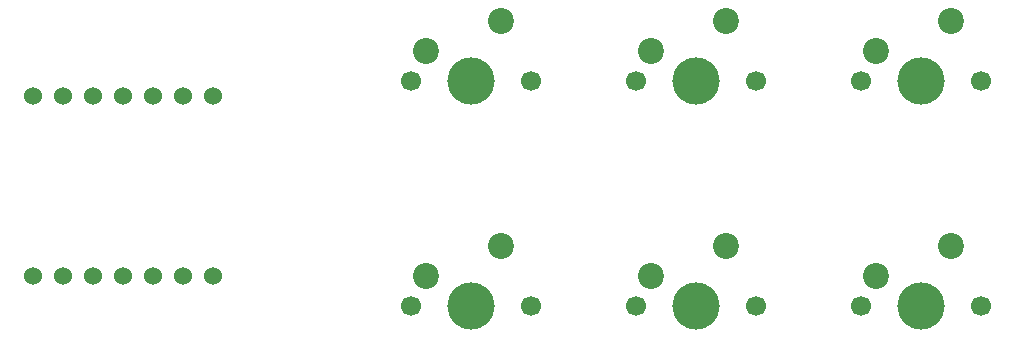
<source format=gbr>
%TF.GenerationSoftware,KiCad,Pcbnew,9.0.6*%
%TF.CreationDate,2026-01-03T14:52:23+08:00*%
%TF.ProjectId,HackPad,4861636b-5061-4642-9e6b-696361645f70,rev?*%
%TF.SameCoordinates,Original*%
%TF.FileFunction,Soldermask,Bot*%
%TF.FilePolarity,Negative*%
%FSLAX46Y46*%
G04 Gerber Fmt 4.6, Leading zero omitted, Abs format (unit mm)*
G04 Created by KiCad (PCBNEW 9.0.6) date 2026-01-03 14:52:23*
%MOMM*%
%LPD*%
G01*
G04 APERTURE LIST*
%ADD10C,1.700000*%
%ADD11C,4.000000*%
%ADD12C,2.200000*%
%ADD13C,1.524000*%
G04 APERTURE END LIST*
D10*
%TO.C,SW3*%
X107161000Y-68200000D03*
D11*
X112241000Y-68200000D03*
D10*
X117321000Y-68200000D03*
D12*
X114781000Y-63120000D03*
X108431000Y-65660000D03*
%TD*%
D10*
%TO.C,SW1*%
X88120000Y-68200000D03*
D11*
X93200000Y-68200000D03*
D10*
X98280000Y-68200000D03*
D12*
X95740000Y-63120000D03*
X89390000Y-65660000D03*
%TD*%
D10*
%TO.C,SW5*%
X126161000Y-68200000D03*
D11*
X131241000Y-68200000D03*
D10*
X136321000Y-68200000D03*
D12*
X133781000Y-63120000D03*
X127431000Y-65660000D03*
%TD*%
D10*
%TO.C,SW6*%
X126161000Y-87269500D03*
D11*
X131241000Y-87269500D03*
D10*
X136321000Y-87269500D03*
D12*
X133781000Y-82189500D03*
X127431000Y-84729500D03*
%TD*%
D10*
%TO.C,SW4*%
X107161000Y-87269500D03*
D11*
X112241000Y-87269500D03*
D10*
X117321000Y-87269500D03*
D12*
X114781000Y-82189500D03*
X108431000Y-84729500D03*
%TD*%
D10*
%TO.C,SW2*%
X88120000Y-87269500D03*
D11*
X93200000Y-87269500D03*
D10*
X98280000Y-87269500D03*
D12*
X95740000Y-82189500D03*
X89390000Y-84729500D03*
%TD*%
D13*
%TO.C,U1*%
X56100000Y-84720000D03*
X58640000Y-84720000D03*
X61180000Y-84720000D03*
X63720000Y-84720000D03*
X66260000Y-84720000D03*
X68800000Y-84720000D03*
X71340000Y-84720000D03*
X71340000Y-69480000D03*
X68800000Y-69480000D03*
X66260000Y-69480000D03*
X63720000Y-69480000D03*
X61180000Y-69480000D03*
X58640000Y-69480000D03*
X56100000Y-69480000D03*
%TD*%
M02*

</source>
